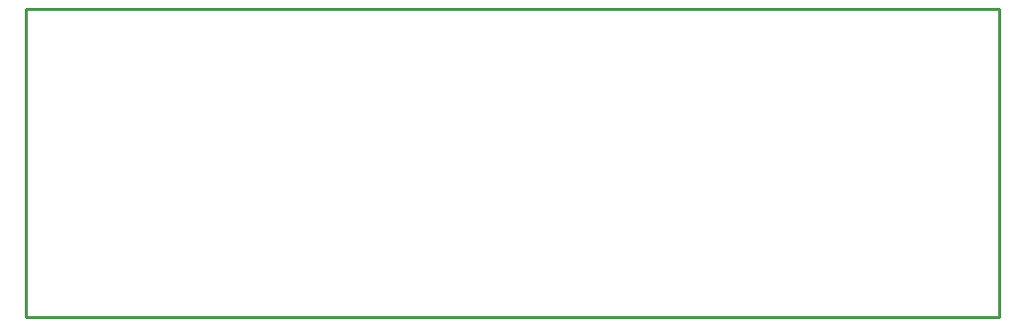
<source format=gko>
G04 Layer: BoardOutline*
G04 EasyEDA v6.2.46, 2019-12-20T21:21:12+01:00*
G04 d37f97ebf7a94133afb56d0d7468e1fa,4a9c1d379d7447c5bd0ffc32acf6fcf4,10*
G04 Gerber Generator version 0.2*
G04 Scale: 100 percent, Rotated: No, Reflected: No *
G04 Dimensions in millimeters *
G04 leading zeros omitted , absolute positions ,3 integer and 3 decimal *
%FSLAX33Y33*%
%MOMM*%
G90*
G71D02*

%ADD10C,0.254000*%
G54D10*
G01X0Y26289D02*
G01X0Y0D01*
G01X82931Y0D01*
G01X82931Y0D01*
G01X82931Y0D01*
G01X82931Y26289D01*
G01X82931Y26289D01*
G01X0Y26289D01*

%LPD*%
M00*
M02*

</source>
